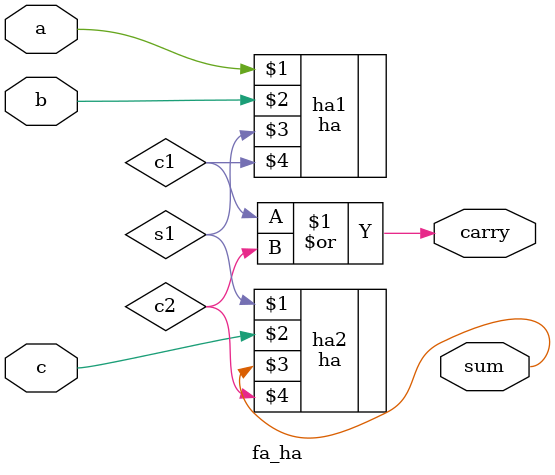
<source format=v>
`timescale 1ns / 1ps


module fa_ha(
    input a,b,c,
    output sum,carry
    );
     wire s,c1,c2;
	 ha ha1 (a,b,s1,c1);
	 ha ha2 (s1,c,sum,c2);
	 assign carry = c1|c2;

endmodule

</source>
